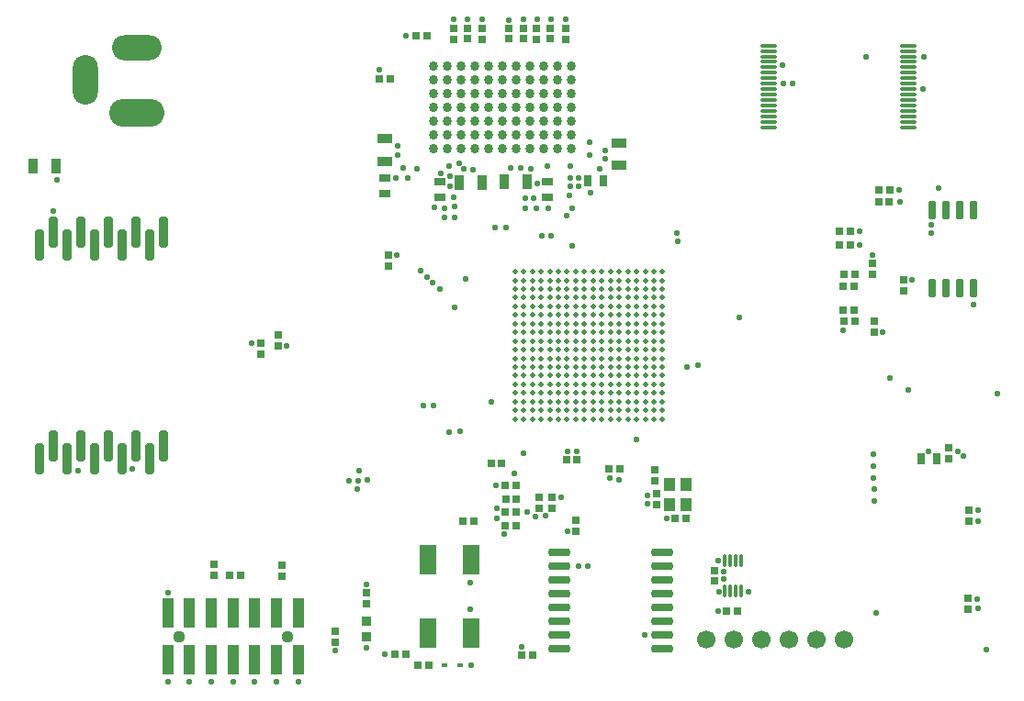
<source format=gts>
G04*
G04 #@! TF.GenerationSoftware,Altium Limited,Altium Designer,20.1.11 (218)*
G04*
G04 Layer_Color=8388736*
%FSLAX25Y25*%
%MOIN*%
G70*
G04*
G04 #@! TF.SameCoordinates,79C4E474-355B-46CA-A0E8-57BC19F8BC65*
G04*
G04*
G04 #@! TF.FilePolarity,Negative*
G04*
G01*
G75*
%ADD44R,0.02762X0.03156*%
%ADD45R,0.02662X0.02662*%
%ADD46R,0.02662X0.02662*%
G04:AMPARAMS|DCode=47|XSize=66.39mil|YSize=27.02mil|CornerRadius=4.5mil|HoleSize=0mil|Usage=FLASHONLY|Rotation=90.000|XOffset=0mil|YOffset=0mil|HoleType=Round|Shape=RoundedRectangle|*
%AMROUNDEDRECTD47*
21,1,0.06639,0.01801,0,0,90.0*
21,1,0.05738,0.02702,0,0,90.0*
1,1,0.00900,0.00901,0.02869*
1,1,0.00900,0.00901,-0.02869*
1,1,0.00900,-0.00901,-0.02869*
1,1,0.00900,-0.00901,0.02869*
%
%ADD47ROUNDEDRECTD47*%
%ADD48R,0.03056X0.02662*%
G04:AMPARAMS|DCode=49|XSize=45mil|YSize=13mil|CornerRadius=4mil|HoleSize=0mil|Usage=FLASHONLY|Rotation=90.000|XOffset=0mil|YOffset=0mil|HoleType=Round|Shape=RoundedRectangle|*
%AMROUNDEDRECTD49*
21,1,0.04500,0.00500,0,0,90.0*
21,1,0.03700,0.01300,0,0,90.0*
1,1,0.00800,0.00250,0.01850*
1,1,0.00800,0.00250,-0.01850*
1,1,0.00800,-0.00250,-0.01850*
1,1,0.00800,-0.00250,0.01850*
%
%ADD49ROUNDEDRECTD49*%
%ADD50R,0.02762X0.02762*%
%ADD51R,0.02662X0.03056*%
G04:AMPARAMS|DCode=52|XSize=26.62mil|YSize=77.8mil|CornerRadius=7.41mil|HoleSize=0mil|Usage=FLASHONLY|Rotation=90.000|XOffset=0mil|YOffset=0mil|HoleType=Round|Shape=RoundedRectangle|*
%AMROUNDEDRECTD52*
21,1,0.02662,0.06299,0,0,90.0*
21,1,0.01181,0.07780,0,0,90.0*
1,1,0.01481,0.03150,0.00591*
1,1,0.01481,0.03150,-0.00591*
1,1,0.01481,-0.03150,-0.00591*
1,1,0.01481,-0.03150,0.00591*
%
%ADD52ROUNDEDRECTD52*%
%ADD53R,0.02465X0.01481*%
%ADD54R,0.03450X0.03450*%
%ADD55R,0.05812X0.03450*%
%ADD56R,0.02859X0.03843*%
%ADD57R,0.03843X0.02859*%
G04:AMPARAMS|DCode=58|XSize=59mil|YSize=12mil|CornerRadius=3.75mil|HoleSize=0mil|Usage=FLASHONLY|Rotation=0.000|XOffset=0mil|YOffset=0mil|HoleType=Round|Shape=RoundedRectangle|*
%AMROUNDEDRECTD58*
21,1,0.05900,0.00450,0,0,0.0*
21,1,0.05150,0.01200,0,0,0.0*
1,1,0.00750,0.02575,-0.00225*
1,1,0.00750,-0.02575,-0.00225*
1,1,0.00750,-0.02575,0.00225*
1,1,0.00750,0.02575,0.00225*
%
%ADD58ROUNDEDRECTD58*%
%ADD59C,0.01914*%
%ADD60R,0.04237X0.04631*%
%ADD61R,0.06009X0.11127*%
%ADD62R,0.04237X0.11127*%
G04:AMPARAMS|DCode=63|XSize=111mil|YSize=32mil|CornerRadius=8.75mil|HoleSize=0mil|Usage=FLASHONLY|Rotation=90.000|XOffset=0mil|YOffset=0mil|HoleType=Round|Shape=RoundedRectangle|*
%AMROUNDEDRECTD63*
21,1,0.11100,0.01450,0,0,90.0*
21,1,0.09350,0.03200,0,0,90.0*
1,1,0.01750,0.00725,0.04675*
1,1,0.01750,0.00725,-0.04675*
1,1,0.01750,-0.00725,-0.04675*
1,1,0.01750,-0.00725,0.04675*
%
%ADD63ROUNDEDRECTD63*%
%ADD64R,0.03450X0.05812*%
%ADD65C,0.03400*%
%ADD66C,0.06678*%
%ADD67O,0.09158X0.18017*%
%ADD68O,0.18017X0.09158*%
%ADD69O,0.19985X0.10143*%
%ADD70C,0.04434*%
%ADD71C,0.02100*%
D44*
X396731Y236418D02*
D03*
X400668D02*
D03*
D45*
X436374Y215307D02*
D03*
X440311D02*
D03*
X514119Y334604D02*
D03*
X510182D02*
D03*
X510079Y330114D02*
D03*
X514016D02*
D03*
X495821Y319407D02*
D03*
X499758D02*
D03*
X499832Y314536D02*
D03*
X495895D02*
D03*
X501520Y303741D02*
D03*
X497583D02*
D03*
X501242Y299443D02*
D03*
X497305D02*
D03*
X501223Y290731D02*
D03*
X497286D02*
D03*
X501432Y286900D02*
D03*
X497495D02*
D03*
X373363Y235106D02*
D03*
X369426D02*
D03*
X359261Y214093D02*
D03*
X363198D02*
D03*
X374570Y227022D02*
D03*
X378507D02*
D03*
X374740Y222282D02*
D03*
X378677D02*
D03*
X378520Y217400D02*
D03*
X374583D02*
D03*
Y212584D02*
D03*
X378520D02*
D03*
X380695Y165387D02*
D03*
X384631D02*
D03*
X334470Y165866D02*
D03*
X338407D02*
D03*
X278397Y194543D02*
D03*
X274460D02*
D03*
X346106Y390493D02*
D03*
X342169D02*
D03*
D46*
X519065Y301851D02*
D03*
Y297914D02*
D03*
X507967Y307669D02*
D03*
Y303732D02*
D03*
X508398Y282937D02*
D03*
Y286874D02*
D03*
X400192Y210381D02*
D03*
Y214318D02*
D03*
X391520Y218875D02*
D03*
Y222812D02*
D03*
X386949D02*
D03*
Y218875D02*
D03*
X324099Y188054D02*
D03*
Y184116D02*
D03*
X312987Y170076D02*
D03*
Y174013D02*
D03*
X268728Y198456D02*
D03*
Y194519D02*
D03*
X391049Y389354D02*
D03*
Y393291D02*
D03*
X386011Y389265D02*
D03*
Y393202D02*
D03*
X381101Y389353D02*
D03*
Y393290D02*
D03*
X366098Y389299D02*
D03*
Y393236D02*
D03*
X355931Y389313D02*
D03*
Y393250D02*
D03*
X293517Y198112D02*
D03*
Y194175D02*
D03*
X428982Y232834D02*
D03*
Y228897D02*
D03*
X332191Y310768D02*
D03*
Y306831D02*
D03*
X285802Y278652D02*
D03*
Y274715D02*
D03*
X292089Y281711D02*
D03*
Y277774D02*
D03*
D47*
X529411Y298879D02*
D03*
X534411D02*
D03*
X539411D02*
D03*
X544411D02*
D03*
Y327265D02*
D03*
X539411D02*
D03*
X534411D02*
D03*
X529411D02*
D03*
D48*
X542585Y186027D02*
D03*
Y182090D02*
D03*
X450541Y192365D02*
D03*
Y196302D02*
D03*
X429623Y220091D02*
D03*
Y224028D02*
D03*
X396526Y389228D02*
D03*
Y393164D02*
D03*
X375938Y389353D02*
D03*
Y393290D02*
D03*
X360928Y389360D02*
D03*
Y393297D02*
D03*
X535559Y236732D02*
D03*
Y240669D02*
D03*
X542916Y218138D02*
D03*
Y214201D02*
D03*
D49*
X454386Y188727D02*
D03*
X456386D02*
D03*
X458386D02*
D03*
X460386D02*
D03*
Y199927D02*
D03*
X458386D02*
D03*
X456386D02*
D03*
X454386D02*
D03*
D50*
X458806Y181477D02*
D03*
X454869D02*
D03*
D51*
X416318Y233212D02*
D03*
X412381D02*
D03*
X342898Y161876D02*
D03*
X346835D02*
D03*
X332773Y374682D02*
D03*
X328836D02*
D03*
D52*
X431697Y167777D02*
D03*
Y172777D02*
D03*
Y177777D02*
D03*
Y182777D02*
D03*
Y187777D02*
D03*
Y192777D02*
D03*
Y197777D02*
D03*
Y202777D02*
D03*
X394295Y167777D02*
D03*
Y172777D02*
D03*
Y177777D02*
D03*
Y182777D02*
D03*
Y187777D02*
D03*
Y192777D02*
D03*
Y197777D02*
D03*
Y202777D02*
D03*
D53*
X352555Y161966D02*
D03*
X358067D02*
D03*
D54*
X324242Y177977D02*
D03*
Y172072D02*
D03*
D55*
X415751Y343325D02*
D03*
Y351593D02*
D03*
X330782Y344787D02*
D03*
Y353055D02*
D03*
D56*
X404488Y337821D02*
D03*
X410197D02*
D03*
X531217Y236830D02*
D03*
X525508D02*
D03*
D57*
X389825Y331829D02*
D03*
Y337538D02*
D03*
X350767Y331710D02*
D03*
Y337419D02*
D03*
X330754Y332994D02*
D03*
Y338703D02*
D03*
D58*
X520907Y386889D02*
D03*
Y384889D02*
D03*
Y382889D02*
D03*
Y380989D02*
D03*
Y378989D02*
D03*
Y376989D02*
D03*
Y375089D02*
D03*
Y373089D02*
D03*
Y371089D02*
D03*
Y369089D02*
D03*
Y367189D02*
D03*
Y365189D02*
D03*
Y363189D02*
D03*
Y361289D02*
D03*
Y359289D02*
D03*
Y357289D02*
D03*
X470107D02*
D03*
Y359289D02*
D03*
Y361289D02*
D03*
Y363189D02*
D03*
Y365189D02*
D03*
Y367189D02*
D03*
Y369089D02*
D03*
Y371089D02*
D03*
Y373089D02*
D03*
Y375089D02*
D03*
Y376989D02*
D03*
Y378989D02*
D03*
Y380989D02*
D03*
Y382889D02*
D03*
Y384889D02*
D03*
Y386889D02*
D03*
D59*
X378151Y304795D02*
D03*
X381301D02*
D03*
X384451D02*
D03*
X387600D02*
D03*
X390750D02*
D03*
X393899D02*
D03*
X397049D02*
D03*
X400199D02*
D03*
X403348D02*
D03*
X406498D02*
D03*
X409647D02*
D03*
X412797D02*
D03*
X415946D02*
D03*
X419096D02*
D03*
X422246D02*
D03*
X425395D02*
D03*
X428545D02*
D03*
X431695D02*
D03*
X378151Y301645D02*
D03*
X381301D02*
D03*
X384451D02*
D03*
X387600D02*
D03*
X390750D02*
D03*
X393899D02*
D03*
X397049D02*
D03*
X400199D02*
D03*
X403348D02*
D03*
X406498D02*
D03*
X409647D02*
D03*
X412797D02*
D03*
X415946D02*
D03*
X419096D02*
D03*
X422246D02*
D03*
X425395D02*
D03*
X428545D02*
D03*
X431695D02*
D03*
X378151Y298496D02*
D03*
X381301D02*
D03*
X384451D02*
D03*
X387600D02*
D03*
X390750D02*
D03*
X393899D02*
D03*
X397049D02*
D03*
X400199D02*
D03*
X403348D02*
D03*
X406498D02*
D03*
X409647D02*
D03*
X412797D02*
D03*
X415946D02*
D03*
X419096D02*
D03*
X422246D02*
D03*
X425395D02*
D03*
X428545D02*
D03*
X431695D02*
D03*
X378151Y295346D02*
D03*
X381301D02*
D03*
X384451D02*
D03*
X387600D02*
D03*
X390750D02*
D03*
X393899D02*
D03*
X397049D02*
D03*
X400199D02*
D03*
X403348D02*
D03*
X406498D02*
D03*
X409647D02*
D03*
X412797D02*
D03*
X415946D02*
D03*
X419096D02*
D03*
X422246D02*
D03*
X425395D02*
D03*
X428545D02*
D03*
X431695D02*
D03*
X378151Y292197D02*
D03*
X381301D02*
D03*
X384451D02*
D03*
X387600D02*
D03*
X390750D02*
D03*
X393899D02*
D03*
X397049D02*
D03*
X400199D02*
D03*
X403348D02*
D03*
X406498D02*
D03*
X409647D02*
D03*
X412797D02*
D03*
X415946D02*
D03*
X419096D02*
D03*
X422246D02*
D03*
X425395D02*
D03*
X428545D02*
D03*
X431695D02*
D03*
X378151Y289047D02*
D03*
X381301D02*
D03*
X384451D02*
D03*
X387600D02*
D03*
X390750D02*
D03*
X393899D02*
D03*
X397049D02*
D03*
X400199D02*
D03*
X403348D02*
D03*
X406498D02*
D03*
X409647D02*
D03*
X412797D02*
D03*
X415946D02*
D03*
X419096D02*
D03*
X422246D02*
D03*
X425395D02*
D03*
X428545D02*
D03*
X431695D02*
D03*
X378151Y285897D02*
D03*
X381301D02*
D03*
X384451D02*
D03*
X387600D02*
D03*
X390750D02*
D03*
X393899D02*
D03*
X397049D02*
D03*
X400199D02*
D03*
X403348D02*
D03*
X406498D02*
D03*
X409647D02*
D03*
X412797D02*
D03*
X415946D02*
D03*
X419096D02*
D03*
X422246D02*
D03*
X425395D02*
D03*
X428545D02*
D03*
X431695D02*
D03*
X378151Y282748D02*
D03*
X381301D02*
D03*
X384451D02*
D03*
X387600D02*
D03*
X390750D02*
D03*
X393899D02*
D03*
X397049D02*
D03*
X400199D02*
D03*
X403348D02*
D03*
X406498D02*
D03*
X409647D02*
D03*
X412797D02*
D03*
X415946D02*
D03*
X419096D02*
D03*
X422246D02*
D03*
X425395D02*
D03*
X428545D02*
D03*
X431695D02*
D03*
X378151Y279598D02*
D03*
X381301D02*
D03*
X384451D02*
D03*
X387600D02*
D03*
X390750D02*
D03*
X393899D02*
D03*
X397049D02*
D03*
X400199D02*
D03*
X403348D02*
D03*
X406498D02*
D03*
X409647D02*
D03*
X412797D02*
D03*
X415946D02*
D03*
X419096D02*
D03*
X422246D02*
D03*
X425395D02*
D03*
X428545D02*
D03*
X431695D02*
D03*
X378151Y276449D02*
D03*
X381301D02*
D03*
X384451D02*
D03*
X387600D02*
D03*
X390750D02*
D03*
X393899D02*
D03*
X397049D02*
D03*
X400199D02*
D03*
X403348D02*
D03*
X406498D02*
D03*
X409647D02*
D03*
X412797D02*
D03*
X415946D02*
D03*
X419096D02*
D03*
X422246D02*
D03*
X425395D02*
D03*
X428545D02*
D03*
X431695D02*
D03*
X378151Y273299D02*
D03*
X381301D02*
D03*
X384451D02*
D03*
X387600D02*
D03*
X390750D02*
D03*
X393899D02*
D03*
X397049D02*
D03*
X400199D02*
D03*
X403348D02*
D03*
X406498D02*
D03*
X409647D02*
D03*
X412797D02*
D03*
X415946D02*
D03*
X419096D02*
D03*
X422246D02*
D03*
X425395D02*
D03*
X428545D02*
D03*
X431695D02*
D03*
X378151Y270149D02*
D03*
X381301D02*
D03*
X384451D02*
D03*
X387600D02*
D03*
X390750D02*
D03*
X393899D02*
D03*
X397049D02*
D03*
X400199D02*
D03*
X403348D02*
D03*
X406498D02*
D03*
X409647D02*
D03*
X412797D02*
D03*
X415946D02*
D03*
X419096D02*
D03*
X422246D02*
D03*
X425395D02*
D03*
X428545D02*
D03*
X431695D02*
D03*
X378151Y267000D02*
D03*
X381301D02*
D03*
X384451D02*
D03*
X387600D02*
D03*
X390750D02*
D03*
X393899D02*
D03*
X397049D02*
D03*
X400199D02*
D03*
X403348D02*
D03*
X406498D02*
D03*
X409647D02*
D03*
X412797D02*
D03*
X415946D02*
D03*
X419096D02*
D03*
X422246D02*
D03*
X425395D02*
D03*
X428545D02*
D03*
X431695D02*
D03*
X378151Y263850D02*
D03*
X381301D02*
D03*
X384451D02*
D03*
X387600D02*
D03*
X390750D02*
D03*
X393899D02*
D03*
X397049D02*
D03*
X400199D02*
D03*
X403348D02*
D03*
X406498D02*
D03*
X409647D02*
D03*
X412797D02*
D03*
X415946D02*
D03*
X419096D02*
D03*
X422246D02*
D03*
X425395D02*
D03*
X428545D02*
D03*
X431695D02*
D03*
X378151Y260701D02*
D03*
X381301D02*
D03*
X384451D02*
D03*
X387600D02*
D03*
X390750D02*
D03*
X393899D02*
D03*
X397049D02*
D03*
X400199D02*
D03*
X403348D02*
D03*
X406498D02*
D03*
X409647D02*
D03*
X412797D02*
D03*
X415946D02*
D03*
X419096D02*
D03*
X422246D02*
D03*
X425395D02*
D03*
X428545D02*
D03*
X431695D02*
D03*
X378151Y257551D02*
D03*
X381301D02*
D03*
X384451D02*
D03*
X387600D02*
D03*
X390750D02*
D03*
X393899D02*
D03*
X397049D02*
D03*
X400199D02*
D03*
X403348D02*
D03*
X406498D02*
D03*
X409647D02*
D03*
X412797D02*
D03*
X415946D02*
D03*
X419096D02*
D03*
X422246D02*
D03*
X425395D02*
D03*
X428545D02*
D03*
X431695D02*
D03*
X378151Y254401D02*
D03*
X381301D02*
D03*
X384451D02*
D03*
X387600D02*
D03*
X390750D02*
D03*
X393899D02*
D03*
X397049D02*
D03*
X400199D02*
D03*
X403348D02*
D03*
X406498D02*
D03*
X409647D02*
D03*
X412797D02*
D03*
X415946D02*
D03*
X419096D02*
D03*
X422246D02*
D03*
X425395D02*
D03*
X428545D02*
D03*
X431695D02*
D03*
X378151Y251252D02*
D03*
X381301D02*
D03*
X384451D02*
D03*
X387600D02*
D03*
X390750D02*
D03*
X393899D02*
D03*
X397049D02*
D03*
X400199D02*
D03*
X403348D02*
D03*
X406498D02*
D03*
X409647D02*
D03*
X412797D02*
D03*
X415946D02*
D03*
X419096D02*
D03*
X422246D02*
D03*
X425395D02*
D03*
X428545D02*
D03*
X431695D02*
D03*
D60*
X434183Y220121D02*
D03*
Y227601D02*
D03*
X440089Y220121D02*
D03*
Y227601D02*
D03*
D61*
X362091Y173644D02*
D03*
X346540D02*
D03*
X362091Y200219D02*
D03*
X346540D02*
D03*
D62*
X299405Y180678D02*
D03*
Y163907D02*
D03*
X291531Y180678D02*
D03*
Y163907D02*
D03*
X283657Y180678D02*
D03*
Y163907D02*
D03*
X275783Y180678D02*
D03*
Y163907D02*
D03*
X267909Y180678D02*
D03*
Y163907D02*
D03*
X260035Y180678D02*
D03*
Y163907D02*
D03*
X252161Y180678D02*
D03*
Y163907D02*
D03*
D63*
X250678Y319125D02*
D03*
X245678Y314325D02*
D03*
X240678Y319125D02*
D03*
X235678Y314325D02*
D03*
X230678Y319125D02*
D03*
X225678Y314325D02*
D03*
X220678Y319125D02*
D03*
X215678Y314325D02*
D03*
X210678Y319125D02*
D03*
X205678Y314325D02*
D03*
X250678Y241510D02*
D03*
X245678Y236710D02*
D03*
X240678Y241510D02*
D03*
X235678Y236710D02*
D03*
X230678Y241510D02*
D03*
X225678Y236710D02*
D03*
X220678Y241510D02*
D03*
X215678Y236710D02*
D03*
X210678Y241510D02*
D03*
X205678Y236710D02*
D03*
D64*
X382635Y337568D02*
D03*
X374368D02*
D03*
X358038Y337255D02*
D03*
X366305D02*
D03*
X203370Y343051D02*
D03*
X211638D02*
D03*
D65*
X348716Y349621D02*
D03*
Y354621D02*
D03*
Y359621D02*
D03*
Y364621D02*
D03*
Y369621D02*
D03*
Y374621D02*
D03*
Y379621D02*
D03*
X353716Y349621D02*
D03*
Y354621D02*
D03*
Y359621D02*
D03*
Y364621D02*
D03*
Y369621D02*
D03*
Y374621D02*
D03*
Y379621D02*
D03*
X358716Y349621D02*
D03*
Y354621D02*
D03*
Y359621D02*
D03*
Y364621D02*
D03*
Y369621D02*
D03*
Y374621D02*
D03*
Y379621D02*
D03*
X363716Y349621D02*
D03*
Y354621D02*
D03*
Y359621D02*
D03*
Y364621D02*
D03*
Y369621D02*
D03*
Y374621D02*
D03*
Y379621D02*
D03*
X368716Y349621D02*
D03*
Y354621D02*
D03*
Y359621D02*
D03*
Y364621D02*
D03*
Y369621D02*
D03*
Y374621D02*
D03*
Y379621D02*
D03*
X373716Y349621D02*
D03*
Y354621D02*
D03*
Y359621D02*
D03*
Y364621D02*
D03*
Y369621D02*
D03*
Y374621D02*
D03*
Y379621D02*
D03*
X378716Y349621D02*
D03*
Y354621D02*
D03*
Y359621D02*
D03*
Y364621D02*
D03*
Y369621D02*
D03*
Y374621D02*
D03*
Y379621D02*
D03*
X383716Y349621D02*
D03*
Y354621D02*
D03*
Y359621D02*
D03*
Y364621D02*
D03*
Y369621D02*
D03*
Y374621D02*
D03*
Y379621D02*
D03*
X388716Y349621D02*
D03*
Y354621D02*
D03*
Y359621D02*
D03*
Y364621D02*
D03*
Y369621D02*
D03*
Y374621D02*
D03*
Y379621D02*
D03*
X393716Y349621D02*
D03*
Y354621D02*
D03*
Y359621D02*
D03*
Y364621D02*
D03*
Y369621D02*
D03*
Y374621D02*
D03*
Y379621D02*
D03*
X398716Y349621D02*
D03*
Y354621D02*
D03*
Y359621D02*
D03*
Y364621D02*
D03*
Y369621D02*
D03*
Y379621D02*
D03*
Y374621D02*
D03*
D66*
X447562Y171295D02*
D03*
X457562D02*
D03*
X467562D02*
D03*
X477562D02*
D03*
X487562D02*
D03*
X497562D02*
D03*
D67*
X222279Y374342D02*
D03*
D68*
X240783Y386153D02*
D03*
D69*
Y362530D02*
D03*
D70*
X295468Y172293D02*
D03*
X256098D02*
D03*
D71*
X462903Y188582D02*
D03*
X507935Y310768D02*
D03*
X397159Y210425D02*
D03*
X453731Y193092D02*
D03*
X453754Y195852D02*
D03*
X398856Y327916D02*
D03*
X359577Y342138D02*
D03*
X397350Y239613D02*
D03*
X400667Y239632D02*
D03*
X391120Y317970D02*
D03*
X387868Y317931D02*
D03*
X528291Y239478D02*
D03*
X526315Y371164D02*
D03*
X514365Y266219D02*
D03*
X371164Y227130D02*
D03*
X385674Y215798D02*
D03*
X389137Y216065D02*
D03*
X415794Y229158D02*
D03*
X412679Y229664D02*
D03*
X401271Y335744D02*
D03*
X398247Y335788D02*
D03*
X401293Y338723D02*
D03*
X398203Y338811D02*
D03*
X405503Y333395D02*
D03*
X497210Y283620D02*
D03*
X475106Y379752D02*
D03*
X531923Y335125D02*
D03*
X356107Y291787D02*
D03*
X360081Y302226D02*
D03*
X451804Y199826D02*
D03*
X354266Y246368D02*
D03*
X358281Y246675D02*
D03*
X348411Y256070D02*
D03*
X344816D02*
D03*
X366129Y396493D02*
D03*
X360857Y396482D02*
D03*
X355940Y396409D02*
D03*
X338455Y390523D02*
D03*
X328740Y378137D02*
D03*
X375924Y396304D02*
D03*
X381127Y396421D02*
D03*
X386097Y396450D02*
D03*
X396474Y396392D02*
D03*
X391066Y396480D02*
D03*
X390066Y327833D02*
D03*
X398025Y332561D02*
D03*
X385995Y327702D02*
D03*
X381897Y327833D02*
D03*
X381792Y331589D02*
D03*
X384865Y331642D02*
D03*
X396945Y325000D02*
D03*
X370727Y320808D02*
D03*
X374751Y320718D02*
D03*
X526680Y382825D02*
D03*
X505459Y382737D02*
D03*
X517807Y330171D02*
D03*
X517699Y334587D02*
D03*
X544426Y292758D02*
D03*
X522347Y301832D02*
D03*
X503246Y314631D02*
D03*
X503161Y319372D02*
D03*
X444713Y270733D02*
D03*
X511560Y282846D02*
D03*
X549252Y167330D02*
D03*
X553166Y260427D02*
D03*
X540762Y237654D02*
D03*
X538837Y239527D02*
D03*
X546362Y214171D02*
D03*
X546215Y182536D02*
D03*
X545995Y185943D02*
D03*
X451925Y181648D02*
D03*
X452221Y188634D02*
D03*
X425155Y172823D02*
D03*
X380663Y168471D02*
D03*
X313043Y167072D02*
D03*
X299405Y155940D02*
D03*
X291531D02*
D03*
X283657D02*
D03*
X275783D02*
D03*
X267909D02*
D03*
X260035D02*
D03*
X252155Y155934D02*
D03*
X252070Y188208D02*
D03*
X239387Y233112D02*
D03*
X219567Y232430D02*
D03*
X335072Y310666D02*
D03*
X295070Y277793D02*
D03*
X282569Y278691D02*
D03*
X211758Y338053D02*
D03*
X210723Y326706D02*
D03*
X377751Y231534D02*
D03*
X318019Y228979D02*
D03*
X320851Y225852D02*
D03*
X324408Y229102D02*
D03*
X321624Y232400D02*
D03*
X398742Y314204D02*
D03*
X343800Y305100D02*
D03*
X350727Y298432D02*
D03*
X348267Y300763D02*
D03*
X321252Y228859D02*
D03*
X346179Y302870D02*
D03*
X546268Y218010D02*
D03*
X520913Y261700D02*
D03*
X459468Y288091D02*
D03*
X356356Y324647D02*
D03*
X352468Y324517D02*
D03*
X348875Y328012D02*
D03*
X352534Y327979D02*
D03*
X356225Y328600D02*
D03*
X356029Y331900D02*
D03*
X398230Y343081D02*
D03*
X389939Y343198D02*
D03*
X408739Y342225D02*
D03*
X405391Y347090D02*
D03*
X405313Y351878D02*
D03*
X410996Y345728D02*
D03*
X410918Y348686D02*
D03*
X386083Y336697D02*
D03*
X383916Y342148D02*
D03*
X354458Y335794D02*
D03*
Y339333D02*
D03*
X357866Y344248D02*
D03*
X354130Y343134D02*
D03*
X337484Y342522D02*
D03*
X342723Y342164D02*
D03*
X339371Y338878D02*
D03*
X376607Y342341D02*
D03*
X380257D02*
D03*
X334765Y338955D02*
D03*
X335611Y350593D02*
D03*
X335452Y346996D02*
D03*
X362989Y341703D02*
D03*
X351127Y340371D02*
D03*
X324104Y191140D02*
D03*
X324298Y168043D02*
D03*
X331028Y165903D02*
D03*
X362268Y161906D02*
D03*
X362010Y182146D02*
D03*
X362051Y191687D02*
D03*
X371450Y218921D02*
D03*
X371585Y215056D02*
D03*
X374213Y209509D02*
D03*
X381274Y238821D02*
D03*
X382681Y217414D02*
D03*
X394861Y222913D02*
D03*
X433182Y215266D02*
D03*
X509338Y180902D02*
D03*
X508474Y221409D02*
D03*
X508419Y225666D02*
D03*
X508386Y229795D02*
D03*
X508315Y234142D02*
D03*
X508362Y238330D02*
D03*
X369518Y257568D02*
D03*
X437309Y315804D02*
D03*
X437019Y318748D02*
D03*
X440714Y270257D02*
D03*
X422077Y243687D02*
D03*
X529241Y318824D02*
D03*
X529322Y321941D02*
D03*
X426364Y223468D02*
D03*
Y220643D02*
D03*
X404410Y197834D02*
D03*
X401228Y197831D02*
D03*
X478883Y372990D02*
D03*
X475634Y373091D02*
D03*
M02*

</source>
